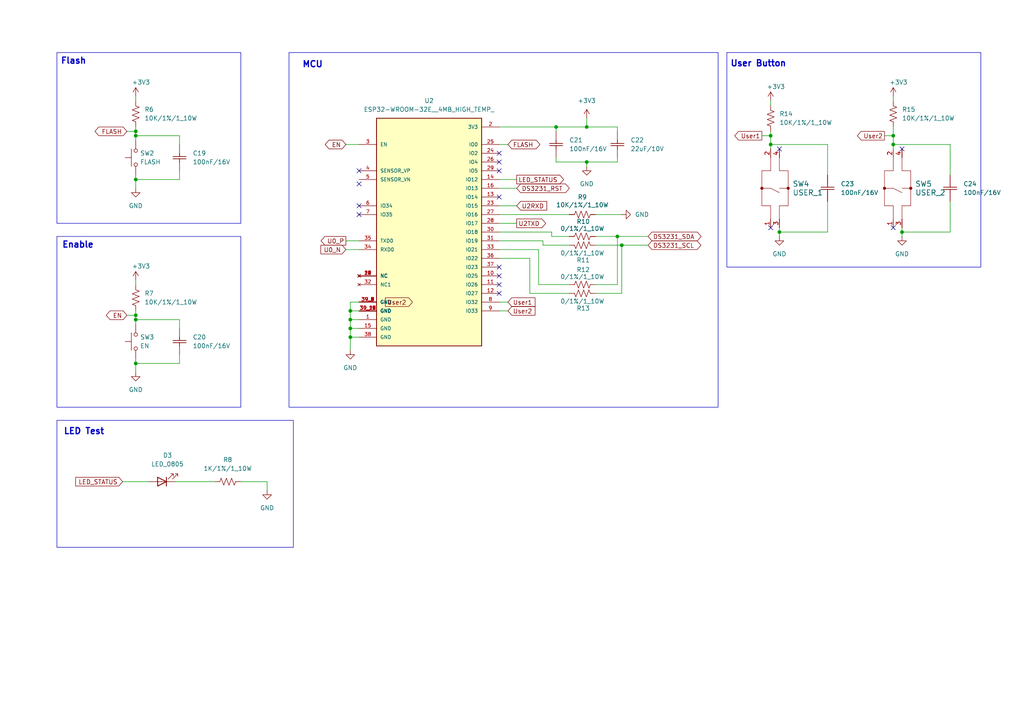
<source format=kicad_sch>
(kicad_sch (version 20250114) (generator "eeschema") (generator_version "9.0")
  (paper "A4")
  (lib_symbols
    (symbol "Button_12mm_1" (pin_names (offset 0.254) (hide yes))
      (property "Reference" "SW" (at 11.43 13.97 0))
      (property "Value" "Button_12mm" (at 11.43 11.43 0))
      (symbol "Button_12mm_1_0_1"
        (polyline (pts (xy 2.54 5.08) (xy 6.35 5.08)) (stroke (width 0.127)))
        (polyline (pts (xy 2.54 2.54) (xy 6.35 2.54)) (stroke (width 0.127)))
        (polyline (pts (xy 6.35 5.08) (xy 6.35 7.62)) (stroke (width 0.127)))
        (polyline (pts (xy 6.35 2.54) (xy 6.35 0)) (stroke (width 0.127)))
        (polyline (pts (xy 6.35 0) (xy 16.51 0)) (stroke (width 0.127)))
        (polyline (pts (xy 11.43 7.62) (xy 11.43 5.08)) (stroke (width 0.127)))
        (circle (center 11.43 7.62) (radius 0.254) (stroke (width 0.381)))
        (polyline (pts (xy 11.43 5.08) (xy 10.16 2.54)) (stroke (width 0.127)))
        (polyline (pts (xy 11.43 2.54) (xy 11.43 0)) (stroke (width 0.127)))
        (circle (center 11.43 0) (radius 0.254) (stroke (width 0.381)))
        (polyline (pts (xy 16.51 7.62) (xy 6.35 7.62)) (stroke (width 0.127)))
        (polyline (pts (xy 16.51 5.08) (xy 16.51 7.62)) (stroke (width 0.127)))
        (polyline (pts (xy 16.51 2.54) (xy 20.32 2.54)) (stroke (width 0.127)))
        (polyline (pts (xy 16.51 0) (xy 16.51 2.54)) (stroke (width 0.127)))
        (polyline (pts (xy 20.32 5.08) (xy 16.51 5.08)) (stroke (width 0.127)))
        (pin unspecified line (at 0 5.08 0) (length 2.54) (name "1") (number "1"))
        (pin unspecified line (at 0 2.54 0) (length 2.54) (name "3") (number "3"))
        (pin unspecified line (at 22.86 5.08 180) (length 2.54) (name "2") (number "2"))
        (pin unspecified line (at 22.86 2.54 180) (length 2.54) (name "4") (number "4"))
      )
    )
    (symbol "Measurement_Power_AC:Button_12mm" (pin_names (offset 0.254) (hide yes))
      (property "Reference" "SW" (at 11.43 13.97 0))
      (property "Value" "Button_12mm" (at 11.43 11.43 0))
      (symbol "Button_12mm_0_1"
        (polyline (pts (xy 2.54 5.08) (xy 6.35 5.08)) (stroke (width 0.127)))
        (polyline (pts (xy 2.54 2.54) (xy 6.35 2.54)) (stroke (width 0.127)))
        (polyline (pts (xy 6.35 5.08) (xy 6.35 7.62)) (stroke (width 0.127)))
        (polyline (pts (xy 6.35 2.54) (xy 6.35 0)) (stroke (width 0.127)))
        (polyline (pts (xy 6.35 0) (xy 16.51 0)) (stroke (width 0.127)))
        (polyline (pts (xy 11.43 7.62) (xy 11.43 5.08)) (stroke (width 0.127)))
        (circle (center 11.43 7.62) (radius 0.254) (stroke (width 0.381)))
        (polyline (pts (xy 11.43 5.08) (xy 10.16 2.54)) (stroke (width 0.127)))
        (polyline (pts (xy 11.43 2.54) (xy 11.43 0)) (stroke (width 0.127)))
        (circle (center 11.43 0) (radius 0.254) (stroke (width 0.381)))
        (polyline (pts (xy 16.51 7.62) (xy 6.35 7.62)) (stroke (width 0.127)))
        (polyline (pts (xy 16.51 5.08) (xy 16.51 7.62)) (stroke (width 0.127)))
        (polyline (pts (xy 16.51 2.54) (xy 20.32 2.54)) (stroke (width 0.127)))
        (polyline (pts (xy 16.51 0) (xy 16.51 2.54)) (stroke (width 0.127)))
        (polyline (pts (xy 20.32 5.08) (xy 16.51 5.08)) (stroke (width 0.127)))
        (pin unspecified line (at 0 5.08 0) (length 2.54) (name "1") (number "1"))
        (pin unspecified line (at 0 2.54 0) (length 2.54) (name "3") (number "3"))
        (pin unspecified line (at 22.86 5.08 180) (length 2.54) (name "2") (number "2"))
        (pin unspecified line (at 22.86 2.54 180) (length 2.54) (name "4") (number "4"))
      )
    )
    (symbol "Measurement_Power_AC:Ceramic_Cap_SMD_0603_100nF_16V" (pin_numbers (hide yes)) (pin_names (hide yes))
      (property "Reference" "C" (at 1.016 2.794 0))
      (property "Value" "100nF/16V" (at 0.254 5.334 0))
      (symbol "Ceramic_Cap_SMD_0603_100nF_16V_1_1"
        (polyline (pts (xy 1.27 0) (xy 2.2098 0)) (stroke (width 0.2032)))
        (polyline (pts (xy 2.2098 -1.905) (xy 2.2098 1.905)) (stroke (width 0.2032)))
        (polyline (pts (xy 2.8448 0) (xy 3.81 0)) (stroke (width 0.2032)))
        (polyline (pts (xy 2.8448 -1.905) (xy 2.8448 1.905)) (stroke (width 0.2032)))
        (pin unspecified line (at -1.27 0 0) (length 2.54) (name "") (number "1"))
        (pin unspecified line (at 6.35 0 180) (length 2.54) (name "") (number "2"))
      )
    )
    (symbol "Measurement_Power_AC:Ceramic_Cap_SMD_0603_22uF_10V" (pin_numbers (hide yes)) (pin_names (hide yes))
      (property "Reference" "C" (at 2.286 2.794 0))
      (property "Value" "22uF/10V" (at 0.254 5.334 0))
      (symbol "Ceramic_Cap_SMD_0603_22uF_10V_1_1"
        (polyline (pts (xy 2.54 0) (xy 3.4798 0)) (stroke (width 0.2032)))
        (polyline (pts (xy 3.4798 -1.905) (xy 3.4798 1.905)) (stroke (width 0.2032)))
        (polyline (pts (xy 4.1148 0) (xy 5.08 0)) (stroke (width 0.2032)))
        (polyline (pts (xy 4.1148 -1.905) (xy 4.1148 1.905)) (stroke (width 0.2032)))
        (pin unspecified line (at 0 0 0) (length 2.54) (name "") (number "1"))
        (pin unspecified line (at 7.62 0 180) (length 2.54) (name "") (number "2"))
      )
    )
    (symbol "Measurement_Power_AC:ESP32-WROOM-32E__4MB_HIGH_TEMP_" (pin_names (offset 1.016))
      (property "Reference" "U" (at -15.24 33.909 0))
      (property "Value" "ESP32-WROOM-32E__4MB_HIGH_TEMP_" (at -7.62 -36.83 0))
      (symbol "ESP32-WROOM-32E__4MB_HIGH_TEMP__0_0"
        (rectangle (start -15.24 33.02) (end 15.24 -33.02) (stroke (width 0.254)) (fill (type background)))
        (pin input line (at -20.32 25.4 0) (length 5.08) (name "EN") (number "3"))
        (pin input line (at -20.32 17.78 0) (length 5.08) (name "SENSOR_VP") (number "4"))
        (pin input line (at -20.32 15.24 0) (length 5.08) (name "SENSOR_VN") (number "5"))
        (pin input line (at -20.32 7.62 0) (length 5.08) (name "IO34") (number "6"))
        (pin input line (at -20.32 5.08 0) (length 5.08) (name "IO35") (number "7"))
        (pin bidirectional line (at -20.32 -2.54 0) (length 5.08) (name "TXD0") (number "35"))
        (pin bidirectional line (at -20.32 -5.08 0) (length 5.08) (name "RXD0") (number "34"))
        (pin no_connect line (at -20.32 -12.7 0) (length 5.08) (name "NC") (number "17"))
        (pin no_connect line (at -20.32 -12.7 0) (length 5.08) (name "NC") (number "18"))
        (pin no_connect line (at -20.32 -12.7 0) (length 5.08) (name "NC") (number "19"))
        (pin no_connect line (at -20.32 -12.7 0) (length 5.08) (name "NC") (number "20"))
        (pin no_connect line (at -20.32 -12.7 0) (length 5.08) (name "NC") (number "21"))
        (pin no_connect line (at -20.32 -12.7 0) (length 5.08) (name "NC") (number "22"))
        (pin no_connect line (at -20.32 -15.24 0) (length 5.08) (name "NC1") (number "32"))
        (pin power_in line (at -20.32 -20.32 0) (length 5.08) (name "GND") (number "39_1"))
        (pin power_in line (at -20.32 -20.32 0) (length 5.08) (name "GND") (number "39_2"))
        (pin power_in line (at -20.32 -20.32 0) (length 5.08) (name "GND") (number "39_3"))
        (pin power_in line (at -20.32 -20.32 0) (length 5.08) (name "GND") (number "39_4"))
        (pin power_in line (at -20.32 -20.32 0) (length 5.08) (name "GND") (number "39_5"))
        (pin power_in line (at -20.32 -20.32 0) (length 5.08) (name "GND") (number "39_6"))
        (pin power_in line (at -20.32 -20.32 0) (length 5.08) (name "GND") (number "39_7"))
        (pin power_in line (at -20.32 -20.32 0) (length 5.08) (name "GND") (number "39_8"))
        (pin power_in line (at -20.32 -20.32 0) (length 5.08) (name "GND") (number "39_9"))
        (pin power_in line (at -20.32 -25.4 0) (length 5.08) (name "GND") (number "1"))
        (pin power_in line (at -20.32 -27.94 0) (length 5.08) (name "GND") (number "15"))
        (pin power_in line (at -20.32 -30.48 0) (length 5.08) (name "GND") (number "38"))
        (pin power_in line (at 20.32 30.48 180) (length 5.08) (name "3V3") (number "2"))
        (pin bidirectional line (at 20.32 25.4 180) (length 5.08) (name "IO0") (number "25"))
        (pin bidirectional line (at 20.32 22.86 180) (length 5.08) (name "IO2") (number "24"))
        (pin bidirectional line (at 20.32 20.32 180) (length 5.08) (name "IO4") (number "26"))
        (pin bidirectional line (at 20.32 17.78 180) (length 5.08) (name "IO5") (number "29"))
        (pin bidirectional line (at 20.32 15.24 180) (length 5.08) (name "IO12") (number "14"))
        (pin bidirectional line (at 20.32 12.7 180) (length 5.08) (name "IO13") (number "16"))
        (pin bidirectional line (at 20.32 10.16 180) (length 5.08) (name "IO14") (number "13"))
        (pin bidirectional line (at 20.32 7.62 180) (length 5.08) (name "IO15") (number "23"))
        (pin bidirectional line (at 20.32 5.08 180) (length 5.08) (name "IO16") (number "27"))
        (pin bidirectional line (at 20.32 2.54 180) (length 5.08) (name "IO17") (number "28"))
        (pin bidirectional line (at 20.32 0 180) (length 5.08) (name "IO18") (number "30"))
        (pin bidirectional line (at 20.32 -2.54 180) (length 5.08) (name "IO19") (number "31"))
        (pin bidirectional line (at 20.32 -5.08 180) (length 5.08) (name "IO21") (number "33"))
        (pin bidirectional line (at 20.32 -7.62 180) (length 5.08) (name "IO22") (number "36"))
        (pin bidirectional line (at 20.32 -10.16 180) (length 5.08) (name "IO23") (number "37"))
        (pin bidirectional line (at 20.32 -12.7 180) (length 5.08) (name "IO25") (number "10"))
        (pin bidirectional line (at 20.32 -15.24 180) (length 5.08) (name "IO26") (number "11"))
        (pin bidirectional line (at 20.32 -17.78 180) (length 5.08) (name "IO27") (number "12"))
        (pin bidirectional line (at 20.32 -20.32 180) (length 5.08) (name "IO32") (number "8"))
        (pin bidirectional line (at 20.32 -22.86 180) (length 5.08) (name "IO33") (number "9"))
      )
      (symbol "ESP32-WROOM-32E__4MB_HIGH_TEMP__1_0"
        (pin power_in line (at -20.32 -22.86 0) (length 5.08) (name "GND") (number "39_10"))
        (pin power_in line (at -20.32 -22.86 0) (length 5.08) (name "GND") (number "39_11"))
        (pin power_in line (at -20.32 -22.86 0) (length 5.08) (name "GND") (number "39_12"))
        (pin power_in line (at -20.32 -22.86 0) (length 5.08) (name "GND") (number "39_13"))
        (pin power_in line (at -20.32 -22.86 0) (length 5.08) (name "GND") (number "39_14"))
        (pin power_in line (at -20.32 -22.86 0) (length 5.08) (name "GND") (number "39_15"))
        (pin power_in line (at -20.32 -22.86 0) (length 5.08) (name "GND") (number "39_16"))
        (pin power_in line (at -20.32 -22.86 0) (length 5.08) (name "GND") (number "39_17"))
        (pin power_in line (at -20.32 -22.86 0) (length 5.08) (name "GND") (number "39_18"))
        (pin power_in line (at -20.32 -22.86 0) (length 5.08) (name "GND") (number "39_19"))
        (pin power_in line (at -20.32 -22.86 0) (length 5.08) (name "GND") (number "39_20"))
        (pin power_in line (at -20.32 -22.86 0) (length 5.08) (name "GND") (number "39_21"))
      )
    )
    (symbol "Measurement_Power_AC:LED_0805" (pin_numbers (hide yes)) (pin_names (offset 1.016) (hide yes))
      (property "Reference" "D" (at 0 2.54 0))
      (property "Value" "LED_0805" (at 0 -4.064 0))
      (symbol "LED_0805_0_1"
        (polyline (pts (xy -3.048 -0.762) (xy -4.572 -2.286) (xy -3.81 -2.286) (xy -4.572 -2.286) (xy -4.572 -1.524)))
        (polyline (pts (xy -1.778 -0.762) (xy -3.302 -2.286) (xy -2.54 -2.286) (xy -3.302 -2.286) (xy -3.302 -1.524)))
        (polyline (pts (xy -1.27 0) (xy 1.27 0)))
        (polyline (pts (xy -1.27 -1.27) (xy -1.27 1.27)) (stroke (width 0.254)))
        (polyline (pts (xy 1.27 -1.27) (xy 1.27 1.27) (xy -1.27 0) (xy 1.27 -1.27)) (stroke (width 0.254)))
      )
      (symbol "LED_0805_1_1"
        (pin passive line (at -3.81 0 0) (length 2.54) (name "K") (number "1"))
        (pin passive line (at 3.81 0 180) (length 2.54) (name "A") (number "2"))
      )
    )
    (symbol "Measurement_Power_AC:Res_0_0603_1%" (pin_numbers (hide yes)) (pin_names (hide yes))
      (property "Reference" "R" (at 3.556 2.54 0))
      (property "Value" "0/1%/1_10W" (at 4.064 -2.54 0))
      (symbol "Res_0_0603_1%_0_1"
        (polyline (pts (xy 1.524 0) (xy 1.27 0)))
        (polyline (pts (xy 1.524 0) (xy 1.905 1.016) (xy 2.286 0) (xy 2.667 -1.016) (xy 3.048 0)))
        (polyline (pts (xy 3.048 0) (xy 3.429 1.016) (xy 3.81 0) (xy 4.191 -1.016) (xy 4.572 0)))
        (polyline (pts (xy 4.572 0) (xy 4.953 1.016) (xy 5.334 0) (xy 5.715 -1.016) (xy 6.096 0)))
        (polyline (pts (xy 6.096 0) (xy 6.35 0)))
      )
      (symbol "Res_0_0603_1%_1_1"
        (pin passive line (at 0 0 0) (length 1.27) (name "~") (number "1"))
        (pin passive line (at 7.62 0 180) (length 1.27) (name "~") (number "2"))
      )
    )
    (symbol "Measurement_Power_AC:Res_10K_0603_1%" (pin_numbers (hide yes)) (pin_names (hide yes))
      (property "Reference" "R" (at 2.794 3.81 0))
      (property "Value" "10K/1%/1_10W" (at 4.064 -2.54 0))
      (symbol "Res_10K_0603_1%_0_1"
        (polyline (pts (xy 1.524 0) (xy 1.27 0)))
        (polyline (pts (xy 1.524 0) (xy 1.905 1.016) (xy 2.286 0) (xy 2.667 -1.016) (xy 3.048 0)))
        (polyline (pts (xy 3.048 0) (xy 3.429 1.016) (xy 3.81 0) (xy 4.191 -1.016) (xy 4.572 0)))
        (polyline (pts (xy 4.572 0) (xy 4.953 1.016) (xy 5.334 0) (xy 5.715 -1.016) (xy 6.096 0)))
        (polyline (pts (xy 6.096 0) (xy 6.35 0)))
      )
      (symbol "Res_10K_0603_1%_1_1"
        (pin passive line (at 0 0 0) (length 1.27) (name "~") (number "1"))
        (pin passive line (at 7.62 0 180) (length 1.27) (name "~") (number "2"))
      )
    )
    (symbol "Measurement_Power_AC:Res_1K_0603_1%" (pin_numbers (hide yes)) (pin_names (hide yes))
      (property "Reference" "R" (at 3.556 2.54 0))
      (property "Value" "1K/1%/1_10W" (at 4.064 -2.54 0))
      (symbol "Res_1K_0603_1%_0_1"
        (polyline (pts (xy 1.524 0) (xy 1.27 0)))
        (polyline (pts (xy 1.524 0) (xy 1.905 1.016) (xy 2.286 0) (xy 2.667 -1.016) (xy 3.048 0)))
        (polyline (pts (xy 3.048 0) (xy 3.429 1.016) (xy 3.81 0) (xy 4.191 -1.016) (xy 4.572 0)))
        (polyline (pts (xy 4.572 0) (xy 4.953 1.016) (xy 5.334 0) (xy 5.715 -1.016) (xy 6.096 0)))
        (polyline (pts (xy 6.096 0) (xy 6.35 0)))
      )
      (symbol "Res_1K_0603_1%_1_1"
        (pin passive line (at 0 0 0) (length 1.27) (name "~") (number "1"))
        (pin passive line (at 7.62 0 180) (length 1.27) (name "~") (number "2"))
      )
    )
    (symbol "Measurement_Power_AC:SW_Push" (pin_numbers (hide yes)) (pin_names (offset 1.016) (hide yes))
      (property "Reference" "SW" (at 1.27 2.54 0))
      (property "Value" "SW_Push" (at 0 -1.524 0))
      (symbol "SW_Push_0_1"
        (circle (center -2.032 0) (radius 0.508))
        (polyline (pts (xy 0 1.27) (xy 0 3.048)))
        (circle (center 2.032 0) (radius 0.508))
        (polyline (pts (xy 2.54 1.27) (xy -2.54 1.27)))
        (pin passive line (at -5.08 0 0) (length 2.54) (name "1") (number "1"))
        (pin passive line (at 5.08 0 180) (length 2.54) (name "2") (number "2"))
      )
    )
    (symbol "power:+3V3" (power) (pin_numbers (hide yes)) (pin_names (offset 0) (hide yes))
      (property "Value" "+3V3" (at 0 3.556 0))
      (symbol "+3V3_0_1"
        (polyline (pts (xy -0.762 1.27) (xy 0 2.54)))
        (polyline (pts (xy 0 2.54) (xy 0.762 1.27)))
        (polyline (pts (xy 0 0) (xy 0 2.54)))
      )
      (symbol "+3V3_1_1"
        (pin power_in line (at 0 0 90) (length 0) (name "~") (number "1"))
      )
    )
    (symbol "power:GND" (power) (pin_numbers (hide yes)) (pin_names (offset 0) (hide yes))
      (property "Value" "GND" (at 0 -3.81 0))
      (symbol "GND_0_1"
        (polyline (pts (xy 0 0) (xy 0 -1.27) (xy 1.27 -1.27) (xy 0 -2.54) (xy -1.27 -1.27) (xy 0 -1.27)))
      )
      (symbol "GND_1_1"
        (pin power_in line (at 0 0 270) (length 0) (name "~") (number "1"))
      )
    )
  )
  (rectangle (start 16.51 15.24) (end 69.85 64.77))
  (rectangle (start 83.82 15.24) (end 208.28 118.11))
  (rectangle (start 16.51 68.58) (end 69.85 118.11))
  (rectangle (start 16.51 121.92) (end 85.09 158.75))
  (rectangle (start 210.82 15.24) (end 284.48 77.47))
  (text "MCU" (at 90.678 18.796 0) (effects (font (size 1.778 1.778) (thickness 0.3556) (bold yes))))
  (text "Enable" (at 22.606 71.12 0) (effects (font (size 1.778 1.778) (thickness 0.3556) (bold yes))))
  (text "Flash" (at 21.336 17.78 0) (effects (font (size 1.778 1.778) (thickness 0.3556) (bold yes))))
  (text "LED Test" (at 24.384 125.222 0) (effects (font (size 1.778 1.778) (thickness 0.3556) (bold yes))))
  (text "User Button\n" (at 219.964 18.542 0) (effects (font (size 1.778 1.778) (thickness 0.3556) (bold yes))))
  (junction (at 261.62 67.31))
  (junction (at 39.37 105.41))
  (junction (at 170.18 36.83))
  (junction (at 170.18 46.99))
  (junction (at 179.07 68.58))
  (junction (at 101.6 90.17))
  (junction (at 223.52 39.37))
  (junction (at 39.37 92.71))
  (junction (at 161.29 36.83))
  (junction (at 39.37 91.44))
  (junction (at 259.08 39.37))
  (junction (at 39.37 52.07))
  (junction (at 39.37 39.37))
  (junction (at 180.34 71.12))
  (junction (at 259.08 41.91))
  (junction (at 226.06 67.31))
  (junction (at 39.37 38.1))
  (junction (at 101.6 92.71))
  (junction (at 101.6 95.25))
  (junction (at 101.6 97.79))
  (junction (at 223.52 41.91))
  (no_connect (at 104.14 62.23))
  (no_connect (at 144.78 44.45))
  (no_connect (at 223.52 66.04))
  (no_connect (at 226.06 43.18))
  (no_connect (at 144.78 57.15))
  (no_connect (at 144.78 77.47))
  (no_connect (at 259.08 66.04))
  (no_connect (at 104.14 49.53))
  (no_connect (at 144.78 82.55))
  (no_connect (at 144.78 46.99))
  (no_connect (at 144.78 49.53))
  (no_connect (at 104.14 59.69))
  (no_connect (at 261.62 43.18))
  (no_connect (at 144.78 85.09))
  (no_connect (at 104.14 53.34))
  (no_connect (at 144.78 80.01))
  (wire (pts (xy 101.6 97.79) (xy 104.14 97.79)))
  (wire (pts (xy 259.08 41.91) (xy 259.08 43.18)))
  (wire (pts (xy 223.52 39.37) (xy 223.52 41.91)))
  (wire (pts (xy 144.78 62.23) (xy 165.1 62.23)))
  (wire (pts (xy 52.07 95.25) (xy 52.07 92.71)))
  (wire (pts (xy 144.78 74.93) (xy 153.67 74.93)))
  (wire (pts (xy 100.33 72.39) (xy 104.14 72.39)))
  (wire (pts (xy 39.37 105.41) (xy 52.07 105.41)))
  (wire (pts (xy 144.78 69.85) (xy 157.48 69.85)))
  (wire (pts (xy 39.37 50.8) (xy 39.37 52.07)))
  (wire (pts (xy 144.78 59.69) (xy 149.86 59.69)))
  (wire (pts (xy 170.18 46.99) (xy 179.07 46.99)))
  (wire (pts (xy 39.37 38.1) (xy 39.37 39.37)))
  (wire (pts (xy 144.78 52.07) (xy 149.86 52.07)))
  (wire (pts (xy 259.08 39.37) (xy 259.08 41.91)))
  (wire (pts (xy 39.37 81.28) (xy 39.37 82.55)))
  (wire (pts (xy 261.62 67.31) (xy 261.62 68.58)))
  (wire (pts (xy 36.83 91.44) (xy 39.37 91.44)))
  (wire (pts (xy 39.37 27.94) (xy 39.37 29.21)))
  (wire (pts (xy 240.03 58.42) (xy 240.03 67.31)))
  (wire (pts (xy 101.6 95.25) (xy 104.14 95.25)))
  (wire (pts (xy 52.07 49.53) (xy 52.07 52.07)))
  (wire (pts (xy 170.18 36.83) (xy 179.07 36.83)))
  (wire (pts (xy 172.72 85.09) (xy 180.34 85.09)))
  (wire (pts (xy 157.48 69.85) (xy 157.48 71.12)))
  (wire (pts (xy 172.72 82.55) (xy 179.07 82.55)))
  (wire (pts (xy 144.78 72.39) (xy 156.21 72.39)))
  (wire (pts (xy 160.02 67.31) (xy 160.02 68.58)))
  (wire (pts (xy 275.59 67.31) (xy 261.62 67.31)))
  (wire (pts (xy 101.6 95.25) (xy 101.6 92.71)))
  (wire (pts (xy 39.37 36.83) (xy 39.37 38.1)))
  (wire (pts (xy 144.78 54.61) (xy 149.86 54.61)))
  (wire (pts (xy 101.6 87.63) (xy 104.14 87.63)))
  (wire (pts (xy 39.37 39.37) (xy 39.37 40.64)))
  (wire (pts (xy 36.83 38.1) (xy 39.37 38.1)))
  (wire (pts (xy 101.6 92.71) (xy 104.14 92.71)))
  (wire (pts (xy 156.21 72.39) (xy 156.21 82.55)))
  (wire (pts (xy 240.03 67.31) (xy 226.06 67.31)))
  (wire (pts (xy 172.72 71.12) (xy 180.34 71.12)))
  (wire (pts (xy 35.56 139.7) (xy 43.18 139.7)))
  (wire (pts (xy 101.6 101.6) (xy 101.6 97.79)))
  (wire (pts (xy 256.54 39.37) (xy 259.08 39.37)))
  (wire (pts (xy 39.37 104.14) (xy 39.37 105.41)))
  (wire (pts (xy 259.08 27.94) (xy 259.08 29.21)))
  (wire (pts (xy 179.07 36.83) (xy 179.07 38.1)))
  (wire (pts (xy 240.03 41.91) (xy 223.52 41.91)))
  (wire (pts (xy 100.33 69.85) (xy 104.14 69.85)))
  (wire (pts (xy 50.8 139.7) (xy 62.23 139.7)))
  (wire (pts (xy 170.18 34.29) (xy 170.18 36.83)))
  (wire (pts (xy 69.85 139.7) (xy 77.47 139.7)))
  (wire (pts (xy 226.06 66.04) (xy 226.06 67.31)))
  (wire (pts (xy 157.48 71.12) (xy 165.1 71.12)))
  (wire (pts (xy 161.29 46.99) (xy 170.18 46.99)))
  (wire (pts (xy 172.72 68.58) (xy 179.07 68.58)))
  (wire (pts (xy 100.33 41.91) (xy 104.14 41.91)))
  (wire (pts (xy 179.07 82.55) (xy 179.07 68.58)))
  (wire (pts (xy 39.37 92.71) (xy 39.37 93.98)))
  (wire (pts (xy 259.08 36.83) (xy 259.08 39.37)))
  (wire (pts (xy 101.6 90.17) (xy 101.6 87.63)))
  (wire (pts (xy 39.37 39.37) (xy 52.07 39.37)))
  (wire (pts (xy 240.03 50.8) (xy 240.03 41.91)))
  (wire (pts (xy 101.6 92.71) (xy 101.6 90.17)))
  (wire (pts (xy 144.78 67.31) (xy 160.02 67.31)))
  (wire (pts (xy 52.07 102.87) (xy 52.07 105.41)))
  (wire (pts (xy 144.78 36.83) (xy 161.29 36.83)))
  (wire (pts (xy 179.07 45.72) (xy 179.07 46.99)))
  (wire (pts (xy 39.37 91.44) (xy 39.37 92.71)))
  (wire (pts (xy 153.67 85.09) (xy 165.1 85.09)))
  (wire (pts (xy 180.34 85.09) (xy 180.34 71.12)))
  (wire (pts (xy 156.21 82.55) (xy 165.1 82.55)))
  (wire (pts (xy 144.78 90.17) (xy 147.32 90.17)))
  (wire (pts (xy 77.47 139.7) (xy 77.47 142.24)))
  (wire (pts (xy 161.29 45.72) (xy 161.29 46.99)))
  (wire (pts (xy 226.06 67.31) (xy 226.06 68.58)))
  (wire (pts (xy 153.67 74.93) (xy 153.67 85.09)))
  (wire (pts (xy 39.37 52.07) (xy 52.07 52.07)))
  (wire (pts (xy 223.52 38.1) (xy 223.52 39.37)))
  (wire (pts (xy 39.37 92.71) (xy 52.07 92.71)))
  (wire (pts (xy 101.6 90.17) (xy 104.14 90.17)))
  (wire (pts (xy 261.62 66.04) (xy 261.62 67.31)))
  (wire (pts (xy 144.78 64.77) (xy 149.86 64.77)))
  (wire (pts (xy 147.32 41.91) (xy 144.78 41.91)))
  (wire (pts (xy 144.78 87.63) (xy 147.32 87.63)))
  (wire (pts (xy 161.29 36.83) (xy 161.29 38.1)))
  (wire (pts (xy 275.59 50.8) (xy 275.59 41.91)))
  (wire (pts (xy 275.59 58.42) (xy 275.59 67.31)))
  (wire (pts (xy 170.18 46.99) (xy 170.18 48.26)))
  (wire (pts (xy 161.29 36.83) (xy 170.18 36.83)))
  (wire (pts (xy 223.52 29.21) (xy 223.52 30.48)))
  (wire (pts (xy 223.52 41.91) (xy 223.52 43.18)))
  (wire (pts (xy 275.59 41.91) (xy 259.08 41.91)))
  (wire (pts (xy 101.6 97.79) (xy 101.6 95.25)))
  (wire (pts (xy 39.37 52.07) (xy 39.37 54.61)))
  (wire (pts (xy 39.37 90.17) (xy 39.37 91.44)))
  (wire (pts (xy 180.34 62.23) (xy 172.72 62.23)))
  (wire (pts (xy 52.07 41.91) (xy 52.07 39.37)))
  (wire (pts (xy 179.07 68.58) (xy 187.96 68.58)))
  (wire (pts (xy 39.37 105.41) (xy 39.37 107.95)))
  (wire (pts (xy 220.98 39.37) (xy 223.52 39.37)))
  (wire (pts (xy 160.02 68.58) (xy 165.1 68.58)))
  (wire (pts (xy 180.34 71.12) (xy 187.96 71.12)))
  (global_label "User1" (shape input) (at 147.32 87.63 0) (property "Intersheetrefs" "${INTERSHEET_REFS}" (effects (hide yes))))
  (global_label "FLASH" (shape bidirectional) (at 147.32 41.91 0) (effects (font (thickness 0.1588))) (property "Intersheetrefs" "${INTERSHEET_REFS}" (effects (hide yes))))
  (global_label "U0_P" (shape output) (at 100.33 69.85 180) (effects (font (thickness 0.1588))) (property "Intersheetrefs" "${INTERSHEET_REFS}" (effects (hide yes))))
  (global_label "U0_N" (shape input) (at 100.33 72.39 180) (effects (font (thickness 0.1588))) (property "Intersheetrefs" "${INTERSHEET_REFS}" (effects (hide yes))))
  (global_label "User1" (shape output) (at 220.98 39.37 180) (property "Intersheetrefs" "${INTERSHEET_REFS}" (effects (hide yes))))
  (global_label "User2" (shape output) (at 111.76 87.63 0) (property "Intersheetrefs" "${INTERSHEET_REFS}" (effects (hide yes))))
  (global_label "U2RXD" (shape input) (at 149.86 59.69 0) (effects (font (thickness 0.1588))) (property "Intersheetrefs" "${INTERSHEET_REFS}" (effects (hide yes))))
  (global_label "EN" (shape bidirectional) (at 36.83 91.44 180) (property "Intersheetrefs" "${INTERSHEET_REFS}" (effects (hide yes))))
  (global_label "DS3231_RST" (shape bidirectional) (at 149.86 54.61 0) (property "Intersheetrefs" "${INTERSHEET_REFS}" (effects (hide yes))))
  (global_label "EN" (shape bidirectional) (at 100.33 41.91 180) (effects (font (thickness 0.1588))) (property "Intersheetrefs" "${INTERSHEET_REFS}" (effects (hide yes))))
  (global_label "FLASH" (shape bidirectional) (at 36.83 38.1 180) (property "Intersheetrefs" "${INTERSHEET_REFS}" (effects (hide yes))))
  (global_label "User2" (shape input) (at 147.32 90.17 0) (property "Intersheetrefs" "${INTERSHEET_REFS}" (effects (hide yes))))
  (global_label "U2TXD" (shape output) (at 149.86 64.77 0) (effects (font (thickness 0.1588))) (property "Intersheetrefs" "${INTERSHEET_REFS}" (effects (hide yes))))
  (global_label "DS3231_SDA" (shape bidirectional) (at 187.96 68.58 0) (property "Intersheetrefs" "${INTERSHEET_REFS}" (effects (hide yes))))
  (global_label "LED_STATUS" (shape input) (at 35.56 139.7 180) (effects (font (thickness 0.1588))) (property "Intersheetrefs" "${INTERSHEET_REFS}" (effects (hide yes))))
  (global_label "LED_STATUS" (shape output) (at 149.86 52.07 0) (effects (font (thickness 0.1588))) (property "Intersheetrefs" "${INTERSHEET_REFS}" (effects (hide yes))))
  (global_label "DS3231_SCL" (shape bidirectional) (at 187.96 71.12 0) (property "Intersheetrefs" "${INTERSHEET_REFS}" (effects (hide yes))))
  (global_label "User2" (shape output) (at 256.54 39.37 180) (property "Intersheetrefs" "${INTERSHEET_REFS}" (effects (hide yes))))
  (symbol (lib_id "power:+3V3") (at 170.18 34.29 0) (unit 1)
    (property "Reference" "#PWR030" (effects (hide yes)))
    (property "Value" "+3V3" (at 170.18 29.21 0))
    (property "Description" "Power symbol creates a global label with name \"+3V3\"" (effects (hide yes)))
  )
  (symbol (lib_id "power:GND") (at 226.06 68.58 0) (unit 1)
    (property "Reference" "#PWR034" (effects (hide yes)))
    (property "Value" "GND" (at 226.06 73.66 0))
    (property "Description" "Power symbol creates a global label with name \"GND\" , ground" (effects (hide yes)))
  )
  (symbol (lib_id "Measurement_Power_AC:SW_Push") (at 39.37 45.72 90) (unit 1)
    (property "Reference" "SW2" (at 40.64 44.4499 90) (effects (justify right)))
    (property "Value" "FLASH" (at 40.64 46.9899 90) (effects (justify right)))
    (property "Footprint" "Measure_Power_AC:SW_SMD" (effects (hide yes)))
    (property "Description" "Push button switch, generic, two pins" (effects (hide yes)))
    (property "Supply name" "Thegioiic" (effects (hide yes)))
    (property "Supply part number" "Nút Nhấn 3x4mm Cao 2.5mm 2 Chân SMD" (effects (hide yes)))
    (property "Supply URL" "https://www.thegioiic.com/nut-nhan-3x4mm-cao-2-5mm-2-chan-smd" (effects (hide yes)))
  )
  (symbol (lib_id "power:+3V3") (at 223.52 29.21 0) (unit 1)
    (property "Reference" "#PWR033" (effects (hide yes)))
    (property "Value" "+3V3" (at 225.044 25.146 0))
    (property "Description" "Power symbol creates a global label with name \"+3V3\"" (effects (hide yes)))
  )
  (symbol (lib_id "Measurement_Power_AC:Res_0_0603_1%") (at 165.1 82.55 0) (unit 1)
    (property "Reference" "R12" (at 169.164 78.232 0))
    (property "Value" "0/1%/1_10W" (at 168.91 80.264 0))
    (property "Footprint" "Measure_Power_AC:Res_0603" (effects (hide yes)))
    (property "Description" "Res 0Ohm 0603 1%" (effects (hide yes)))
    (property "Supply name" "Thegioiic" (effects (hide yes)))
    (property "Supply part number" "Điện Trở 0 Ohm 0603 1%" (effects (hide yes)))
    (property "Supply URL" "https://www.thegioiic.com/dien-tro-0-ohm-0603-1-" (effects (hide yes)))
  )
  (symbol (lib_id "power:GND") (at 101.6 101.6 0) (unit 1)
    (property "Reference" "#PWR029" (effects (hide yes)))
    (property "Value" "GND" (at 101.6 106.68 0))
    (property "Description" "Power symbol creates a global label with name \"GND\" , ground" (effects (hide yes)))
  )
  (symbol (lib_id "Measurement_Power_AC:Res_10K_0603_1%") (at 259.08 36.83 90) (unit 1)
    (property "Reference" "R15" (at 261.62 31.7499 90) (effects (justify right)))
    (property "Value" "10K/1%/1_10W" (at 261.62 34.2899 90) (effects (justify right)))
    (property "Footprint" "Measure_Power_AC:Res_0603" (effects (hide yes)))
    (property "Datasheet" "https://fscdn.rohm.com/en/products/databook/datasheet/passive/resistor/chip_resistor/esr-e.pdf" (effects (hide yes)))
    (property "Description" "Res 10 KOhm 0603 1%" (effects (hide yes)))
    (property "Supply name" "Thegioiic" (effects (hide yes)))
    (property "Supply part number" "Điện Trở 10 KOhm 0603 1%" (effects (hide yes)))
    (property "Supply URL" "https://www.thegioiic.com/dien-tro-10-kohm-0603-1-" (effects (hide yes)))
  )
  (symbol (lib_id "Measurement_Power_AC:ESP32-WROOM-32E__4MB_HIGH_TEMP_") (at 124.46 67.31 0) (unit 1)
    (property "Reference" "U2" (at 124.46 29.21 0))
    (property "Value" "ESP32-WROOM-32E__4MB_HIGH_TEMP_" (at 124.46 31.75 0))
    (property "Footprint" "Measure_Power_AC:XCVR_ESP32-WROOM-32E__4MB_HIGH_TEMP_" (effects (hide yes)))
    (property "Datasheet" "https://www.thegioiic.com/upload/documents/bc49b736a58d1cb178a41fa23a341f56.pdf" (effects (hide yes)))
    (property "Description" "ESP32-WROOM-32E-N4 Module WiFi Bluetooth 4MB Flash 2.4GHz" (effects (hide yes)))
    (property "Supply name" "Thegioiic" (effects (hide yes)))
    (property "Supply part number" "ESP32-WROOM-32E-N4 Module WiFi Bluetooth 4MB Flash 2.4GHz" (effects (hide yes)))
    (property "Supply URL" "https://www.thegioiic.com/esp32-wroom-32e-n4-module-wifi-bluetooth-4mb-flash-2-4ghz" (effects (hide yes)))
  )
  (symbol (lib_id "power:+3V3") (at 259.08 27.94 0) (unit 1)
    (property "Reference" "#PWR035" (effects (hide yes)))
    (property "Value" "+3V3" (at 260.604 23.876 0))
    (property "Description" "Power symbol creates a global label with name \"+3V3\"" (effects (hide yes)))
  )
  (symbol (lib_id "power:GND") (at 39.37 107.95 0) (unit 1)
    (property "Reference" "#PWR027" (effects (hide yes)))
    (property "Value" "GND" (at 39.37 113.03 0))
    (property "Description" "Power symbol creates a global label with name \"GND\" , ground" (effects (hide yes)))
  )
  (symbol (lib_id "Measurement_Power_AC:Res_10K_0603_1%") (at 39.37 90.17 90) (unit 1)
    (property "Reference" "R7" (at 41.91 85.0899 90) (effects (justify right)))
    (property "Value" "10K/1%/1_10W" (at 41.91 87.6299 90) (effects (justify right)))
    (property "Footprint" "Measure_Power_AC:Res_0603" (effects (hide yes)))
    (property "Datasheet" "https://fscdn.rohm.com/en/products/databook/datasheet/passive/resistor/chip_resistor/esr-e.pdf" (effects (hide yes)))
    (property "Description" "Res 10 KOhm 0603 1%" (effects (hide yes)))
    (property "Supply name" "Thegioiic" (effects (hide yes)))
    (property "Supply part number" "Điện Trở 10 KOhm 0603 1%" (effects (hide yes)))
    (property "Supply URL" "https://www.thegioiic.com/dien-tro-10-kohm-0603-1-" (effects (hide yes)))
  )
  (symbol (lib_id "Measurement_Power_AC:Res_10K_0603_1%") (at 165.1 62.23 0) (unit 1)
    (property "Reference" "R9" (at 168.91 57.15 0))
    (property "Value" "10K/1%/1_10W" (at 168.91 59.436 0))
    (property "Footprint" "Measure_Power_AC:Res_0603" (effects (hide yes)))
    (property "Datasheet" "https://fscdn.rohm.com/en/products/databook/datasheet/passive/resistor/chip_resistor/esr-e.pdf" (effects (hide yes)))
    (property "Description" "Res 10 KOhm 0603 1%" (effects (hide yes)))
    (property "Supply name" "Thegioiic" (effects (hide yes)))
    (property "Supply part number" "Điện Trở 10 KOhm 0603 1%" (effects (hide yes)))
    (property "Supply URL" "https://www.thegioiic.com/dien-tro-10-kohm-0603-1-" (effects (hide yes)))
  )
  (symbol (lib_id "Measurement_Power_AC:Ceramic_Cap_SMD_0603_100nF_16V") (at 52.07 48.26 90) (unit 1)
    (property "Reference" "C19" (at 55.88 44.4499 90) (effects (justify right)))
    (property "Value" "100nF/16V" (at 55.88 46.9899 90) (effects (justify right)))
    (property "Footprint" "Measure_Power_AC:Ceramic_Cap_0603" (effects (hide yes)))
    (property "Datasheet" "https://www.mouser.vn/datasheet/2/40/KYOCERA_AutoMLCCKAM-3106308.pdf" (effects (hide yes)))
    (property "Description" "10%, 0603 (1608 Metric)" (effects (hide yes)))
    (property "Supply name" "Thegioiic" (effects (hide yes)))
    (property "Supply part number" "Tụ Gốm 0603 100nF (0.1uF) 16V" (effects (hide yes)))
    (property "Supply URL" "https://www.thegioiic.com/tu-gom-0603-100nf-0-1uf-16v" (effects (hide yes)))
  )
  (symbol (lib_id "Measurement_Power_AC:Res_0_0603_1%") (at 165.1 85.09 0) (mirror x) (unit 1)
    (property "Reference" "R13" (at 169.164 89.408 0))
    (property "Value" "0/1%/1_10W" (at 168.91 87.376 0))
    (property "Footprint" "Measure_Power_AC:Res_0603" (effects (hide yes)))
    (property "Description" "Res 0Ohm 0603 1%" (effects (hide yes)))
    (property "Supply name" "Thegioiic" (effects (hide yes)))
    (property "Supply part number" "Điện Trở 0 Ohm 0603 1%" (effects (hide yes)))
    (property "Supply URL" "https://www.thegioiic.com/dien-tro-0-ohm-0603-1-" (effects (hide yes)))
  )
  (symbol (lib_id "Measurement_Power_AC:Res_0_0603_1%") (at 165.1 68.58 0) (unit 1)
    (property "Reference" "R10" (at 169.164 64.262 0))
    (property "Value" "0/1%/1_10W" (at 168.91 66.294 0))
    (property "Footprint" "Measure_Power_AC:Res_0603" (effects (hide yes)))
    (property "Description" "Res 0Ohm 0603 1%" (effects (hide yes)))
    (property "Supply name" "Thegioiic" (effects (hide yes)))
    (property "Supply part number" "Điện Trở 0 Ohm 0603 1%" (effects (hide yes)))
    (property "Supply URL" "https://www.thegioiic.com/dien-tro-0-ohm-0603-1-" (effects (hide yes)))
  )
  (symbol (lib_id "Measurement_Power_AC:Button_12mm") (at 264.16 66.04 90) (unit 1)
    (property "Reference" "SW5" (at 265.43 53.3399 90) (effects (font (size 1.524 1.524)) (justify right)))
    (property "Value" "USER_2" (at 265.43 55.8799 90) (effects (font (size 1.524 1.524)) (justify right)))
    (property "Footprint" "Measure_Power_AC:SW_PUSH-12mm" (effects (hide yes)))
    (property "Supply name" "Thegioiic" (effects (hide yes)))
    (property "Supply part number" "Nút Nhấn 12x12mm Cao 12mm 4 Chân Xuyên Lỗ" (effects (hide yes)))
    (property "Supply URL" "https://www.thegioiic.com/nut-nhan-12x12mm-cao-12mm-4-chan-xuyen-lo" (effects (hide yes)))
  )
  (symbol (lib_id "Measurement_Power_AC:Ceramic_Cap_SMD_0603_100nF_16V") (at 52.07 101.6 90) (unit 1)
    (property "Reference" "C20" (at 55.88 97.7899 90) (effects (justify right)))
    (property "Value" "100nF/16V" (at 55.88 100.3299 90) (effects (justify right)))
    (property "Footprint" "Measure_Power_AC:Ceramic_Cap_0603" (effects (hide yes)))
    (property "Datasheet" "https://www.mouser.vn/datasheet/2/40/KYOCERA_AutoMLCCKAM-3106308.pdf" (effects (hide yes)))
    (property "Description" "10%, 0603 (1608 Metric)" (effects (hide yes)))
    (property "Supply name" "Thegioiic" (effects (hide yes)))
    (property "Supply part number" "Tụ Gốm 0603 100nF (0.1uF) 16V" (effects (hide yes)))
    (property "Supply URL" "https://www.thegioiic.com/tu-gom-0603-100nf-0-1uf-16v" (effects (hide yes)))
  )
  (symbol (lib_id "power:GND") (at 77.47 142.24 0) (unit 1)
    (property "Reference" "#PWR028" (effects (hide yes)))
    (property "Value" "GND" (at 77.47 147.32 0))
    (property "Description" "Power symbol creates a global label with name \"GND\" , ground" (effects (hide yes)))
  )
  (symbol (lib_id "power:GND") (at 170.18 48.26 0) (unit 1)
    (property "Reference" "#PWR031" (effects (hide yes)))
    (property "Value" "GND" (at 170.18 53.34 0))
    (property "Description" "Power symbol creates a global label with name \"GND\" , ground" (effects (hide yes)))
  )
  (symbol (lib_id "power:+3V3") (at 39.37 81.28 0) (unit 1)
    (property "Reference" "#PWR026" (effects (hide yes)))
    (property "Value" "+3V3" (at 40.894 77.216 0))
    (property "Description" "Power symbol creates a global label with name \"+3V3\"" (effects (hide yes)))
  )
  (symbol (lib_id "Measurement_Power_AC:Ceramic_Cap_SMD_0603_100nF_16V") (at 240.03 57.15 90) (unit 1)
    (property "Reference" "C23" (at 243.84 53.3399 90) (effects (justify right)))
    (property "Value" "100nF/16V" (at 243.84 55.8799 90) (effects (justify right)))
    (property "Footprint" "Measure_Power_AC:Ceramic_Cap_0603" (effects (hide yes)))
    (property "Datasheet" "https://www.mouser.vn/datasheet/2/40/KYOCERA_AutoMLCCKAM-3106308.pdf" (effects (hide yes)))
    (property "Description" "10%, 0603 (1608 Metric)" (effects (hide yes)))
    (property "Supply name" "Thegioiic" (effects (hide yes)))
    (property "Supply part number" "Tụ Gốm 0603 100nF (0.1uF) 16V" (effects (hide yes)))
    (property "Supply URL" "https://www.thegioiic.com/tu-gom-0603-100nf-0-1uf-16v" (effects (hide yes)))
  )
  (symbol (lib_id "Measurement_Power_AC:Res_0_0603_1%") (at 165.1 71.12 0) (mirror x) (unit 1)
    (property "Reference" "R11" (at 169.164 75.438 0))
    (property "Value" "0/1%/1_10W" (at 168.91 73.406 0))
    (property "Footprint" "Measure_Power_AC:Res_0603" (effects (hide yes)))
    (property "Description" "Res 0Ohm 0603 1%" (effects (hide yes)))
    (property "Supply name" "Thegioiic" (effects (hide yes)))
    (property "Supply part number" "Điện Trở 0 Ohm 0603 1%" (effects (hide yes)))
    (property "Supply URL" "https://www.thegioiic.com/dien-tro-0-ohm-0603-1-" (effects (hide yes)))
  )
  (symbol (lib_id "power:GND") (at 261.62 68.58 0) (unit 1)
    (property "Reference" "#PWR036" (effects (hide yes)))
    (property "Value" "GND" (at 261.62 73.66 0))
    (property "Description" "Power symbol creates a global label with name \"GND\" , ground" (effects (hide yes)))
  )
  (symbol (lib_id "Measurement_Power_AC:LED_0805") (at 46.99 139.7 180) (unit 1)
    (property "Reference" "D3" (at 48.5775 132.08 0))
    (property "Value" "LED_0805" (at 48.5775 134.62 0))
    (property "Footprint" "Measure_Power_AC:LED_0805" (effects (hide yes)))
    (property "Description" "Light emitting diode" (effects (hide yes)))
    (property "Supply name" "Thegioiic" (effects (hide yes)))
    (property "Supply part number" "LED Xanh Lá 0805 Dán SMD Trong Suốt" (effects (hide yes)))
    (property "Supply URL" "https://www.thegioiic.com/led-xanh-la-0805-dan-smd-trong-suot" (effects (hide yes)))
  )
  (symbol (lib_id "power:+3V3") (at 39.37 27.94 0) (unit 1)
    (property "Reference" "#PWR024" (effects (hide yes)))
    (property "Value" "+3V3" (at 40.894 23.876 0))
    (property "Description" "Power symbol creates a global label with name \"+3V3\"" (effects (hide yes)))
  )
  (symbol (lib_name "Button_12mm_1") (lib_id "Measurement_Power_AC:Button_12mm") (at 228.6 66.04 90) (unit 1)
    (property "Reference" "SW4" (at 229.87 53.3399 90) (effects (font (size 1.524 1.524)) (justify right)))
    (property "Value" "USER_1" (at 229.87 55.8799 90) (effects (font (size 1.524 1.524)) (justify right)))
    (property "Footprint" "Measure_Power_AC:SW_PUSH-12mm" (effects (hide yes)))
    (property "Supply name" "Thegioiic" (effects (hide yes)))
    (property "Supply part number" "Nút Nhấn 12x12mm Cao 12mm 4 Chân Xuyên Lỗ" (effects (hide yes)))
    (property "Supply URL" "https://www.thegioiic.com/nut-nhan-12x12mm-cao-12mm-4-chan-xuyen-lo" (effects (hide yes)))
  )
  (symbol (lib_id "power:GND") (at 39.37 54.61 0) (unit 1)
    (property "Reference" "#PWR025" (effects (hide yes)))
    (property "Value" "GND" (at 39.37 59.69 0))
    (property "Description" "Power symbol creates a global label with name \"GND\" , ground" (effects (hide yes)))
  )
  (symbol (lib_id "Measurement_Power_AC:Ceramic_Cap_SMD_0603_22uF_10V") (at 179.07 45.72 90) (unit 1)
    (property "Reference" "C22" (at 182.88 40.6399 90) (effects (justify right)))
    (property "Value" "22uF/10V" (at 182.88 43.1799 90) (effects (justify right)))
    (property "Footprint" "Measure_Power_AC:Ceramic_Cap_0603" (effects (hide yes)))
    (property "Datasheet" "https://www.mouser.vn/datasheet/2/40/KYOCERA_AutoMLCCKAM-3106308.pdf" (effects (hide yes)))
    (property "Description" "20%, 0603 (1608 Metric)" (effects (hide yes)))
    (property "Supply name" "Thegioiic" (effects (hide yes)))
    (property "Supply part number" "Tụ Gốm 0603 22uF 10V" (effects (hide yes)))
    (property "Supply URL" "https://www.thegioiic.com/tu-gom-0603-22uf-10v" (effects (hide yes)))
  )
  (symbol (lib_id "Measurement_Power_AC:Ceramic_Cap_SMD_0603_100nF_16V") (at 275.59 57.15 90) (unit 1)
    (property "Reference" "C24" (at 279.4 53.3399 90) (effects (justify right)))
    (property "Value" "100nF/16V" (at 279.4 55.8799 90) (effects (justify right)))
    (property "Footprint" "Measure_Power_AC:Ceramic_Cap_0603" (effects (hide yes)))
    (property "Datasheet" "https://www.mouser.vn/datasheet/2/40/KYOCERA_AutoMLCCKAM-3106308.pdf" (effects (hide yes)))
    (property "Description" "10%, 0603 (1608 Metric)" (effects (hide yes)))
    (property "Supply name" "Thegioiic" (effects (hide yes)))
    (property "Supply part number" "Tụ Gốm 0603 100nF (0.1uF) 16V" (effects (hide yes)))
    (property "Supply URL" "https://www.thegioiic.com/tu-gom-0603-100nf-0-1uf-16v" (effects (hide yes)))
  )
  (symbol (lib_id "Measurement_Power_AC:Res_10K_0603_1%") (at 223.52 38.1 90) (unit 1)
    (property "Reference" "R14" (at 226.06 33.0199 90) (effects (justify right)))
    (property "Value" "10K/1%/1_10W" (at 226.06 35.5599 90) (effects (justify right)))
    (property "Footprint" "Measure_Power_AC:Res_0603" (effects (hide yes)))
    (property "Datasheet" "https://fscdn.rohm.com/en/products/databook/datasheet/passive/resistor/chip_resistor/esr-e.pdf" (effects (hide yes)))
    (property "Description" "Res 10 KOhm 0603 1%" (effects (hide yes)))
    (property "Supply name" "Thegioiic" (effects (hide yes)))
    (property "Supply part number" "Điện Trở 10 KOhm 0603 1%" (effects (hide yes)))
    (property "Supply URL" "https://www.thegioiic.com/dien-tro-10-kohm-0603-1-" (effects (hide yes)))
  )
  (symbol (lib_id "Measurement_Power_AC:Ceramic_Cap_SMD_0603_100nF_16V") (at 161.29 44.45 90) (unit 1)
    (property "Reference" "C21" (at 165.1 40.6399 90) (effects (justify right)))
    (property "Value" "100nF/16V" (at 165.1 43.1799 90) (effects (justify right)))
    (property "Footprint" "Measure_Power_AC:Ceramic_Cap_0603" (effects (hide yes)))
    (property "Datasheet" "https://www.mouser.vn/datasheet/2/40/KYOCERA_AutoMLCCKAM-3106308.pdf" (effects (hide yes)))
    (property "Description" "10%, 0603 (1608 Metric)" (effects (hide yes)))
    (property "Supply name" "Thegioiic" (effects (hide yes)))
    (property "Supply part number" "Tụ Gốm 0603 100nF (0.1uF) 16V" (effects (hide yes)))
    (property "Supply URL" "https://www.thegioiic.com/tu-gom-0603-100nf-0-1uf-16v" (effects (hide yes)))
  )
  (symbol (lib_id "Measurement_Power_AC:Res_1K_0603_1%") (at 62.23 139.7 0) (unit 1)
    (property "Reference" "R8" (at 66.04 133.35 0))
    (property "Value" "1K/1%/1_10W" (at 66.04 135.89 0))
    (property "Footprint" "Measure_Power_AC:Res_0603" (effects (hide yes)))
    (property "Datasheet" "https://fscdn.rohm.com/en/products/databook/datasheet/passive/resistor/chip_resistor/esr-e.pdf" (effects (hide yes)))
    (property "Description" "Res 1 KOhm 0603 1%" (effects (hide yes)))
    (property "Supply name" "Thegioiic" (effects (hide yes)))
    (property "Supply part number" "Điện Trở 1 KOhm 0603 1%" (effects (hide yes)))
    (property "Supply URL" "https://www.thegioiic.com/dien-tro-1-kohm-0603-1-" (effects (hide yes)))
  )
  (symbol (lib_id "Measurement_Power_AC:SW_Push") (at 39.37 99.06 90) (unit 1)
    (property "Reference" "SW3" (at 40.64 97.7899 90) (effects (justify right)))
    (property "Value" "EN" (at 40.64 100.3299 90) (effects (justify right)))
    (property "Footprint" "Measure_Power_AC:SW_SMD" (effects (hide yes)))
    (property "Description" "Push button switch, generic, two pins" (effects (hide yes)))
    (property "Supply name" "Thegioiic" (effects (hide yes)))
    (property "Supply part number" "Nút Nhấn 3x4mm Cao 2.5mm 2 Chân SMD" (effects (hide yes)))
    (property "Supply URL" "https://www.thegioiic.com/nut-nhan-3x4mm-cao-2-5mm-2-chan-smd" (effects (hide yes)))
  )
  (symbol (lib_id "Measurement_Power_AC:Res_10K_0603_1%") (at 39.37 36.83 90) (unit 1)
    (property "Reference" "R6" (at 41.91 31.7499 90) (effects (justify right)))
    (property "Value" "10K/1%/1_10W" (at 41.91 34.2899 90) (effects (justify right)))
    (property "Footprint" "Measure_Power_AC:Res_0603" (effects (hide yes)))
    (property "Datasheet" "https://fscdn.rohm.com/en/products/databook/datasheet/passive/resistor/chip_resistor/esr-e.pdf" (effects (hide yes)))
    (property "Description" "Res 10 KOhm 0603 1%" (effects (hide yes)))
    (property "Supply name" "Thegioiic" (effects (hide yes)))
    (property "Supply part number" "Điện Trở 10 KOhm 0603 1%" (effects (hide yes)))
    (property "Supply URL" "https://www.thegioiic.com/dien-tro-10-kohm-0603-1-" (effects (hide yes)))
  )
  (symbol (lib_id "power:GND") (at 180.34 62.23 90) (unit 1)
    (property "Reference" "#PWR032" (effects (hide yes)))
    (property "Value" "GND" (at 184.15 62.2299 90) (effects (justify right)))
    (property "Description" "Power symbol creates a global label with name \"GND\" , ground" (effects (hide yes)))
  )
)
</source>
